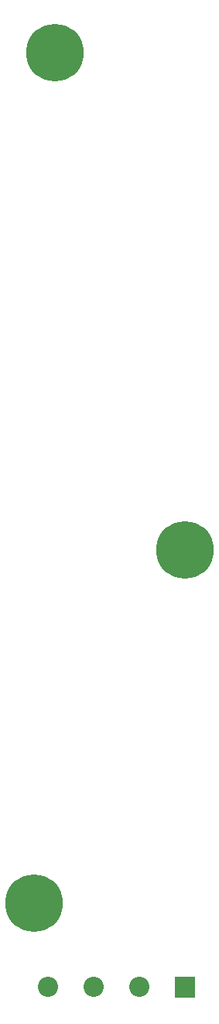
<source format=gbr>
G04 start of page 6 for group -4062 idx -4062 *
G04 Title: LED driver v. 0.1, soldermask *
G04 Creator: pcb 1.99x *
G04 CreationDate: Sun Jul 26 20:33:58 2009 UTC *
G04 For: davidellsworth *
G04 Format: Gerber/RS-274X *
G04 PCB-Dimensions: 113000 481000 *
G04 PCB-Coordinate-Origin: lower left *
%MOIN*%
%FSLAX24Y24*%
%LNBACKMASK*%
%ADD11C,0.0200*%
%ADD34C,0.0872*%
%ADD35C,0.2480*%
G54D11*G36*
X8064Y2335D02*Y1464D01*
X8935D01*
Y2335D01*
X8064D01*
G37*
G54D34*X6531Y1900D03*
X4563D03*
X2594D03*
G54D35*X8500Y20700D03*
X2000Y5500D03*
X2900Y42100D03*
M02*

</source>
